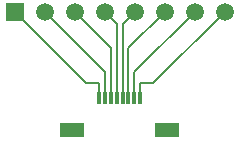
<source format=gbr>
%TF.GenerationSoftware,Novarm,DipTrace,3.3.0.1*%
%TF.CreationDate,2018-11-14T10:23:36-08:00*%
%FSLAX26Y26*%
%MOIN*%
%TF.FileFunction,Copper,L1,Top*%
%TF.Part,Single*%
%TA.AperFunction,Conductor*%
%ADD13C,0.006*%
%ADD14R,0.011811X0.03937*%
%ADD15R,0.07874X0.051181*%
%TA.AperFunction,ComponentPad*%
%ADD16R,0.059055X0.059055*%
%ADD17C,0.059055*%
G75*
G01*
%LPD*%
X468700Y856200D2*
D13*
X706200Y618700D1*
X749951D1*
Y568700D1*
X568700Y856200D2*
X769636Y655266D1*
Y568700D1*
X668700Y856200D2*
X789321Y735581D1*
Y568700D1*
X768700Y856200D2*
X809006Y815896D1*
Y568700D1*
X868700Y856200D2*
X828691Y816190D1*
Y568700D1*
X968700Y856200D2*
X848376Y735875D1*
Y568700D1*
X1068700Y856200D2*
X868061Y655560D1*
Y568700D1*
X1168700Y856200D2*
X931200Y618700D1*
X887449D1*
X887746Y618405D1*
Y568700D1*
D14*
X749951D3*
X769636D3*
X789321D3*
X809006D3*
X828691D3*
X848376D3*
X868061D3*
X887746D3*
D15*
X659399Y462401D3*
X978297D3*
D16*
X468700Y856200D3*
D17*
X568700D3*
X668700D3*
X768700D3*
X868700D3*
X968700D3*
X1068700D3*
X1168700D3*
M02*

</source>
